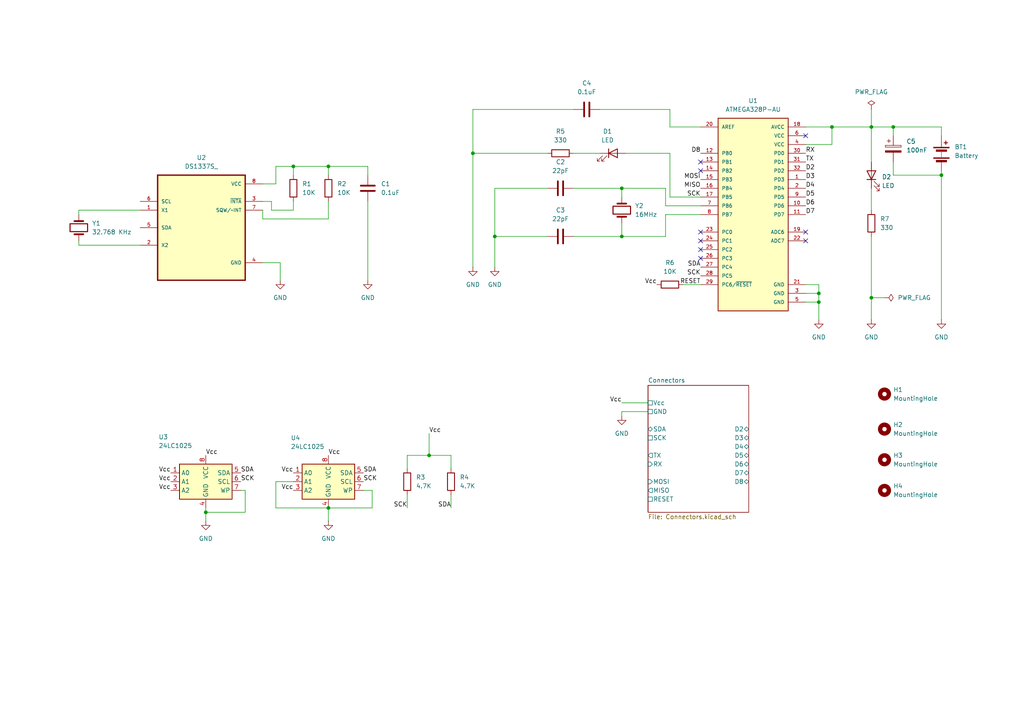
<source format=kicad_sch>
(kicad_sch (version 20250114) (generator "eeschema") (generator_version "9.0")
  (paper "A4")
  (title_block (title "MCU DATALOGGER WITH MEMORY & CLOCK") (date "2025-09-28") (rev "1") (company "CRESENCIO, JESIER S.") (comment 1 "ELECTRONICS ENGINEERING DEPARTMENT") (comment 2 "COLLEGE OF ENGINEERING") (comment 3 "BSECE 1C") (comment 4 "TECHNOLOGICAL UNIVERSITTY OF THE PHILIPPINES"))
  (lib_symbols
    (symbol "ATMEGA:ATMEGA328P-AU" (pin_names (offset 1.016))
      (property "Reference" "U" (at -10.1755 29.2546 0))
      (property "Value" "ATMEGA328P-AU" (at -10.1669 -31.7714 0))
      (symbol "ATMEGA328P-AU_0_0"
        (rectangle (start -10.16 -27.94) (end 10.16 27.94) (stroke (width 0.254)) (fill (type background)))
        (pin input line (at -15.24 25.4 0) (length 5.08) (name "AREF") (number "20"))
        (pin bidirectional line (at -15.24 17.78 0) (length 5.08) (name "PB0") (number "12"))
        (pin bidirectional line (at -15.24 15.24 0) (length 5.08) (name "PB1") (number "13"))
        (pin bidirectional line (at -15.24 12.7 0) (length 5.08) (name "PB2") (number "14"))
        (pin bidirectional line (at -15.24 10.16 0) (length 5.08) (name "PB3") (number "15"))
        (pin bidirectional line (at -15.24 7.62 0) (length 5.08) (name "PB4") (number "16"))
        (pin bidirectional line (at -15.24 5.08 0) (length 5.08) (name "PB5") (number "17"))
        (pin bidirectional line (at -15.24 2.54 0) (length 5.08) (name "PB6") (number "7"))
        (pin bidirectional line (at -15.24 0 0) (length 5.08) (name "PB7") (number "8"))
        (pin bidirectional line (at -15.24 -5.08 0) (length 5.08) (name "PC0") (number "23"))
        (pin bidirectional line (at -15.24 -7.62 0) (length 5.08) (name "PC1") (number "24"))
        (pin bidirectional line (at -15.24 -10.16 0) (length 5.08) (name "PC2") (number "25"))
        (pin bidirectional line (at -15.24 -12.7 0) (length 5.08) (name "PC3") (number "26"))
        (pin bidirectional line (at -15.24 -15.24 0) (length 5.08) (name "PC4") (number "27"))
        (pin bidirectional line (at -15.24 -17.78 0) (length 5.08) (name "PC5") (number "28"))
        (pin bidirectional line (at -15.24 -20.32 0) (length 5.08) (name "PC6/~{RESET}") (number "29"))
        (pin power_in line (at 15.24 25.4 180) (length 5.08) (name "AVCC") (number "18"))
        (pin power_in line (at 15.24 22.86 180) (length 5.08) (name "VCC") (number "6"))
        (pin power_in line (at 15.24 20.32 180) (length 5.08) (name "VCC") (number "4"))
        (pin bidirectional line (at 15.24 17.78 180) (length 5.08) (name "PD0") (number "30"))
        (pin bidirectional line (at 15.24 15.24 180) (length 5.08) (name "PD1") (number "31"))
        (pin bidirectional line (at 15.24 12.7 180) (length 5.08) (name "PD2") (number "32"))
        (pin bidirectional line (at 15.24 10.16 180) (length 5.08) (name "PD3") (number "1"))
        (pin bidirectional line (at 15.24 7.62 180) (length 5.08) (name "PD4") (number "2"))
        (pin bidirectional line (at 15.24 5.08 180) (length 5.08) (name "PD5") (number "9"))
        (pin bidirectional line (at 15.24 2.54 180) (length 5.08) (name "PD6") (number "10"))
        (pin bidirectional line (at 15.24 0 180) (length 5.08) (name "PD7") (number "11"))
        (pin bidirectional line (at 15.24 -5.08 180) (length 5.08) (name "ADC6") (number "19"))
        (pin bidirectional line (at 15.24 -7.62 180) (length 5.08) (name "ADC7") (number "22"))
        (pin power_in line (at 15.24 -20.32 180) (length 5.08) (name "GND") (number "21"))
        (pin power_in line (at 15.24 -22.86 180) (length 5.08) (name "GND") (number "3"))
        (pin power_in line (at 15.24 -25.4 180) (length 5.08) (name "GND") (number "5"))
      )
    )
    (symbol "DS13375:DS1337S_" (pin_names (offset 1.016))
      (property "Reference" "U" (at -12.7 16.24 0))
      (property "Value" "DS1337S_" (at -12.7 -19.24 0))
      (symbol "DS1337S__0_0"
        (rectangle (start -12.7 15.24) (end 12.7 -15.24) (stroke (width 0.41)) (fill (type background)))
        (pin input line (at -17.78 7.62 0) (length 5.08) (name "SCL") (number "6"))
        (pin input line (at -17.78 5.08 0) (length 5.08) (name "X1") (number "1"))
        (pin bidirectional line (at -17.78 0 0) (length 5.08) (name "SDA") (number "5"))
        (pin bidirectional line (at -17.78 -5.08 0) (length 5.08) (name "X2") (number "2"))
        (pin power_in line (at 17.78 12.7 180) (length 5.08) (name "VCC") (number "8"))
        (pin output line (at 17.78 7.62 180) (length 5.08) (name "~{INTA}") (number "3"))
        (pin output line (at 17.78 5.08 180) (length 5.08) (name "SQW/~INT") (number "7"))
        (pin power_in line (at 17.78 -10.16 180) (length 5.08) (name "GND") (number "4"))
      )
    )
    (symbol "Device:Battery" (pin_numbers (hide yes)) (pin_names (offset 0) (hide yes))
      (property "Reference" "BT" (at 2.54 2.54 0))
      (property "Value" "Battery" (at 2.54 0 0))
      (symbol "Battery_0_1"
        (rectangle (start -2.286 1.778) (end 2.286 1.524) (fill (type outline)))
        (rectangle (start -2.286 -1.27) (end 2.286 -1.524) (fill (type outline)))
        (rectangle (start -1.524 1.016) (end 1.524 0.508) (fill (type outline)))
        (rectangle (start -1.524 -2.032) (end 1.524 -2.54) (fill (type outline)))
        (polyline (pts (xy 0 1.778) (xy 0 2.54)))
        (polyline (pts (xy 0 0) (xy 0 0.254)))
        (polyline (pts (xy 0 -0.508) (xy 0 -0.254)))
        (polyline (pts (xy 0 -1.016) (xy 0 -0.762)))
        (polyline (pts (xy 0.762 3.048) (xy 1.778 3.048)) (stroke (width 0.254)))
        (polyline (pts (xy 1.27 3.556) (xy 1.27 2.54)) (stroke (width 0.254)))
      )
      (symbol "Battery_1_1"
        (pin passive line (at 0 5.08 270) (length 2.54) (name "+") (number "1"))
        (pin passive line (at 0 -5.08 90) (length 2.54) (name "-") (number "2"))
      )
    )
    (symbol "Device:C" (pin_numbers (hide yes)) (pin_names (offset 0.254))
      (property "Reference" "C" (at 0.635 2.54 0))
      (property "Value" "C" (at 0.635 -2.54 0))
      (symbol "C_0_1"
        (polyline (pts (xy -2.032 0.762) (xy 2.032 0.762)) (stroke (width 0.508)))
        (polyline (pts (xy -2.032 -0.762) (xy 2.032 -0.762)) (stroke (width 0.508)))
      )
      (symbol "C_1_1"
        (pin passive line (at 0 3.81 270) (length 2.794) (name "~") (number "1"))
        (pin passive line (at 0 -3.81 90) (length 2.794) (name "~") (number "2"))
      )
    )
    (symbol "Device:C_Polarized" (pin_numbers (hide yes)) (pin_names (offset 0.254))
      (property "Reference" "C" (at 0.635 2.54 0))
      (property "Value" "C_Polarized" (at 0.635 -2.54 0))
      (symbol "C_Polarized_0_1"
        (rectangle (start -2.286 0.508) (end 2.286 1.016))
        (polyline (pts (xy -1.778 2.286) (xy -0.762 2.286)))
        (polyline (pts (xy -1.27 2.794) (xy -1.27 1.778)))
        (rectangle (start 2.286 -0.508) (end -2.286 -1.016) (fill (type outline)))
      )
      (symbol "C_Polarized_1_1"
        (pin passive line (at 0 3.81 270) (length 2.794) (name "~") (number "1"))
        (pin passive line (at 0 -3.81 90) (length 2.794) (name "~") (number "2"))
      )
    )
    (symbol "Device:Crystal" (pin_numbers (hide yes)) (pin_names (offset 1.016) (hide yes))
      (property "Reference" "Y" (at 0 3.81 0))
      (property "Value" "Crystal" (at 0 -3.81 0))
      (symbol "Crystal_0_1"
        (polyline (pts (xy -2.54 0) (xy -1.905 0)))
        (polyline (pts (xy -1.905 -1.27) (xy -1.905 1.27)) (stroke (width 0.508)))
        (rectangle (start -1.143 2.54) (end 1.143 -2.54) (stroke (width 0.3048)))
        (polyline (pts (xy 1.905 -1.27) (xy 1.905 1.27)) (stroke (width 0.508)))
        (polyline (pts (xy 2.54 0) (xy 1.905 0)))
      )
      (symbol "Crystal_1_1"
        (pin passive line (at -3.81 0 0) (length 1.27) (name "1") (number "1"))
        (pin passive line (at 3.81 0 180) (length 1.27) (name "2") (number "2"))
      )
    )
    (symbol "Device:LED" (pin_numbers (hide yes)) (pin_names (offset 1.016) (hide yes))
      (property "Reference" "D" (at 0 2.54 0))
      (property "Value" "LED" (at 0 -2.54 0))
      (symbol "LED_0_1"
        (polyline (pts (xy -3.048 -0.762) (xy -4.572 -2.286) (xy -3.81 -2.286) (xy -4.572 -2.286) (xy -4.572 -1.524)))
        (polyline (pts (xy -1.778 -0.762) (xy -3.302 -2.286) (xy -2.54 -2.286) (xy -3.302 -2.286) (xy -3.302 -1.524)))
        (polyline (pts (xy -1.27 0) (xy 1.27 0)))
        (polyline (pts (xy -1.27 -1.27) (xy -1.27 1.27)) (stroke (width 0.254)))
        (polyline (pts (xy 1.27 -1.27) (xy 1.27 1.27) (xy -1.27 0) (xy 1.27 -1.27)) (stroke (width 0.254)))
      )
      (symbol "LED_1_1"
        (pin passive line (at -3.81 0 0) (length 2.54) (name "K") (number "1"))
        (pin passive line (at 3.81 0 180) (length 2.54) (name "A") (number "2"))
      )
    )
    (symbol "Device:R" (pin_numbers (hide yes)) (pin_names (offset 0))
      (property "Reference" "R" (at 2.032 0 90))
      (property "Value" "R" (at 0 0 90))
      (symbol "R_0_1"
        (rectangle (start -1.016 -2.54) (end 1.016 2.54) (stroke (width 0.254)))
      )
      (symbol "R_1_1"
        (pin passive line (at 0 3.81 270) (length 1.27) (name "~") (number "1"))
        (pin passive line (at 0 -3.81 90) (length 1.27) (name "~") (number "2"))
      )
    )
    (symbol "Mechanical:MountingHole" (pin_names (offset 1.016)) (in_bom no)
      (property "Reference" "H" (at 0 5.08 0))
      (property "Value" "MountingHole" (at 0 3.175 0))
      (symbol "MountingHole_0_1"
        (circle (center 0 0) (radius 1.27) (stroke (width 1.27)))
      )
    )
    (symbol "Memory_EEPROM:24LC1025"
      (property "Reference" "U" (at -6.35 6.35 0))
      (property "Value" "24LC1025" (at 1.27 6.35 0))
      (symbol "24LC1025_1_1"
        (rectangle (start -7.62 5.08) (end 7.62 -5.08) (stroke (width 0.254)) (fill (type background)))
        (pin input line (at -10.16 2.54 0) (length 2.54) (name "A0") (number "1"))
        (pin input line (at -10.16 0 0) (length 2.54) (name "A1") (number "2"))
        (pin input line (at -10.16 -2.54 0) (length 2.54) (name "A2") (number "3"))
        (pin power_in line (at 0 7.62 270) (length 2.54) (name "VCC") (number "8"))
        (pin power_in line (at 0 -7.62 90) (length 2.54) (name "GND") (number "4"))
        (pin bidirectional line (at 10.16 2.54 180) (length 2.54) (name "SDA") (number "5"))
        (pin input line (at 10.16 0 180) (length 2.54) (name "SCL") (number "6"))
        (pin input line (at 10.16 -2.54 180) (length 2.54) (name "WP") (number "7"))
      )
    )
    (symbol "power:GND" (power) (pin_numbers (hide yes)) (pin_names (offset 0) (hide yes))
      (property "Value" "GND" (at 0 -3.81 0))
      (symbol "GND_0_1"
        (polyline (pts (xy 0 0) (xy 0 -1.27) (xy 1.27 -1.27) (xy 0 -2.54) (xy -1.27 -1.27) (xy 0 -1.27)))
      )
      (symbol "GND_1_1"
        (pin power_in line (at 0 0 270) (length 0) (name "~") (number "1"))
      )
    )
    (symbol "power:PWR_FLAG" (power) (pin_numbers (hide yes)) (pin_names (offset 0) (hide yes))
      (property "Value" "PWR_FLAG" (at 0 3.81 0))
      (symbol "PWR_FLAG_0_0"
        (pin power_out line (at 0 0 90) (length 0) (name "~") (number "1"))
      )
      (symbol "PWR_FLAG_0_1"
        (polyline (pts (xy 0 0) (xy 0 1.27) (xy -1.016 1.905) (xy 0 2.54) (xy 1.016 1.905) (xy 0 1.27)))
      )
    )
  )
  (junction (at 95.25 48.26))
  (junction (at 237.49 85.09))
  (junction (at 137.16 44.45))
  (junction (at 241.3 36.83))
  (junction (at 124.46 132.08))
  (junction (at 85.09 48.26))
  (junction (at 259.08 36.83))
  (junction (at 273.05 50.8))
  (junction (at 252.73 86.36))
  (junction (at 59.69 148.59))
  (junction (at 143.51 68.58))
  (junction (at 237.49 87.63))
  (junction (at 180.34 68.58))
  (junction (at 95.25 147.32))
  (junction (at 180.34 54.61))
  (junction (at 252.73 36.83))
  (no_connect (at 203.2 67.31))
  (no_connect (at 203.2 74.93))
  (no_connect (at 203.2 49.53))
  (no_connect (at 203.2 69.85))
  (no_connect (at 233.68 39.37))
  (no_connect (at 203.2 72.39))
  (no_connect (at 233.68 69.85))
  (no_connect (at 233.68 67.31))
  (no_connect (at 203.2 46.99))
  (wire (pts (xy 81.28 76.2) (xy 81.28 81.28)))
  (wire (pts (xy 22.86 69.85) (xy 22.86 71.12)))
  (wire (pts (xy 80.01 147.32) (xy 95.25 147.32)))
  (wire (pts (xy 22.86 60.96) (xy 40.64 60.96)))
  (wire (pts (xy 252.73 36.83) (xy 259.08 36.83)))
  (wire (pts (xy 71.12 142.24) (xy 71.12 148.59)))
  (wire (pts (xy 22.86 62.23) (xy 22.86 60.96)))
  (wire (pts (xy 59.69 148.59) (xy 71.12 148.59)))
  (wire (pts (xy 237.49 87.63) (xy 237.49 85.09)))
  (wire (pts (xy 95.25 147.32) (xy 107.95 147.32)))
  (wire (pts (xy 252.73 86.36) (xy 252.73 92.71)))
  (wire (pts (xy 59.69 148.59) (xy 59.69 151.13)))
  (wire (pts (xy 76.2 58.42) (xy 78.74 58.42)))
  (wire (pts (xy 106.68 48.26) (xy 106.68 50.8)))
  (wire (pts (xy 241.3 36.83) (xy 252.73 36.83)))
  (wire (pts (xy 78.74 58.42) (xy 78.74 60.96)))
  (wire (pts (xy 22.86 71.12) (xy 40.64 71.12)))
  (wire (pts (xy 166.37 31.75) (xy 137.16 31.75)))
  (wire (pts (xy 194.31 36.83) (xy 203.2 36.83)))
  (wire (pts (xy 95.25 48.26) (xy 106.68 48.26)))
  (wire (pts (xy 166.37 44.45) (xy 173.99 44.45)))
  (wire (pts (xy 80.01 48.26) (xy 85.09 48.26)))
  (wire (pts (xy 80.01 139.7) (xy 80.01 147.32)))
  (wire (pts (xy 85.09 48.26) (xy 85.09 50.8)))
  (wire (pts (xy 80.01 53.34) (xy 80.01 48.26)))
  (wire (pts (xy 124.46 132.08) (xy 130.81 132.08)))
  (wire (pts (xy 118.11 143.51) (xy 118.11 147.32)))
  (wire (pts (xy 76.2 60.96) (xy 76.2 63.5)))
  (wire (pts (xy 193.04 54.61) (xy 193.04 59.69)))
  (wire (pts (xy 166.37 54.61) (xy 180.34 54.61)))
  (wire (pts (xy 85.09 139.7) (xy 80.01 139.7)))
  (wire (pts (xy 194.31 31.75) (xy 194.31 36.83)))
  (wire (pts (xy 173.99 31.75) (xy 194.31 31.75)))
  (wire (pts (xy 78.74 60.96) (xy 85.09 60.96)))
  (wire (pts (xy 259.08 36.83) (xy 259.08 39.37)))
  (wire (pts (xy 237.49 87.63) (xy 237.49 92.71)))
  (wire (pts (xy 252.73 68.58) (xy 252.73 86.36)))
  (wire (pts (xy 130.81 132.08) (xy 130.81 135.89)))
  (wire (pts (xy 237.49 85.09) (xy 233.68 85.09)))
  (wire (pts (xy 124.46 125.73) (xy 124.46 132.08)))
  (wire (pts (xy 187.96 119.38) (xy 180.34 119.38)))
  (wire (pts (xy 273.05 50.8) (xy 273.05 92.71)))
  (wire (pts (xy 233.68 87.63) (xy 237.49 87.63)))
  (wire (pts (xy 137.16 31.75) (xy 137.16 44.45)))
  (wire (pts (xy 158.75 54.61) (xy 143.51 54.61)))
  (wire (pts (xy 180.34 68.58) (xy 193.04 68.58)))
  (wire (pts (xy 76.2 63.5) (xy 95.25 63.5)))
  (wire (pts (xy 85.09 60.96) (xy 85.09 58.42)))
  (wire (pts (xy 259.08 50.8) (xy 273.05 50.8)))
  (wire (pts (xy 203.2 59.69) (xy 193.04 59.69)))
  (wire (pts (xy 137.16 44.45) (xy 158.75 44.45)))
  (wire (pts (xy 166.37 68.58) (xy 180.34 68.58)))
  (wire (pts (xy 118.11 132.08) (xy 124.46 132.08)))
  (wire (pts (xy 194.31 57.15) (xy 203.2 57.15)))
  (wire (pts (xy 237.49 82.55) (xy 237.49 85.09)))
  (wire (pts (xy 137.16 44.45) (xy 137.16 77.47)))
  (wire (pts (xy 181.61 44.45) (xy 194.31 44.45)))
  (wire (pts (xy 233.68 36.83) (xy 241.3 36.83)))
  (wire (pts (xy 180.34 64.77) (xy 180.34 68.58)))
  (wire (pts (xy 85.09 48.26) (xy 95.25 48.26)))
  (wire (pts (xy 252.73 54.61) (xy 252.73 60.96)))
  (wire (pts (xy 107.95 142.24) (xy 105.41 142.24)))
  (wire (pts (xy 95.25 58.42) (xy 95.25 63.5)))
  (wire (pts (xy 69.85 142.24) (xy 71.12 142.24)))
  (wire (pts (xy 233.68 41.91) (xy 241.3 41.91)))
  (wire (pts (xy 259.08 36.83) (xy 273.05 36.83)))
  (wire (pts (xy 252.73 36.83) (xy 252.73 46.99)))
  (wire (pts (xy 76.2 76.2) (xy 81.28 76.2)))
  (wire (pts (xy 95.25 147.32) (xy 95.25 151.13)))
  (wire (pts (xy 193.04 62.23) (xy 193.04 68.58)))
  (wire (pts (xy 241.3 41.91) (xy 241.3 36.83)))
  (wire (pts (xy 59.69 147.32) (xy 59.69 148.59)))
  (wire (pts (xy 143.51 54.61) (xy 143.51 68.58)))
  (wire (pts (xy 95.25 48.26) (xy 95.25 50.8)))
  (wire (pts (xy 180.34 119.38) (xy 180.34 120.65)))
  (wire (pts (xy 273.05 49.53) (xy 273.05 50.8)))
  (wire (pts (xy 143.51 68.58) (xy 143.51 77.47)))
  (wire (pts (xy 130.81 143.51) (xy 130.81 147.32)))
  (wire (pts (xy 143.51 68.58) (xy 158.75 68.58)))
  (wire (pts (xy 259.08 46.99) (xy 259.08 50.8)))
  (wire (pts (xy 193.04 54.61) (xy 180.34 54.61)))
  (wire (pts (xy 252.73 31.75) (xy 252.73 36.83)))
  (wire (pts (xy 118.11 135.89) (xy 118.11 132.08)))
  (wire (pts (xy 76.2 53.34) (xy 80.01 53.34)))
  (wire (pts (xy 106.68 58.42) (xy 106.68 81.28)))
  (wire (pts (xy 198.12 82.55) (xy 203.2 82.55)))
  (wire (pts (xy 180.34 116.84) (xy 187.96 116.84)))
  (wire (pts (xy 180.34 54.61) (xy 180.34 57.15)))
  (wire (pts (xy 193.04 62.23) (xy 203.2 62.23)))
  (wire (pts (xy 273.05 36.83) (xy 273.05 39.37)))
  (wire (pts (xy 194.31 44.45) (xy 194.31 57.15)))
  (wire (pts (xy 252.73 86.36) (xy 256.54 86.36)))
  (wire (pts (xy 233.68 82.55) (xy 237.49 82.55)))
  (wire (pts (xy 107.95 147.32) (xy 107.95 142.24)))
  (label "RESET" (at 203.2 82.55 180))
  (label "SDA" (at 203.2 77.47 180))
  (label "SDA" (at 130.81 147.32 180))
  (label "D4" (at 233.68 54.61 0))
  (label "Vcc" (at 49.53 142.24 180))
  (label "Vcc" (at 85.09 137.16 180))
  (label "D3" (at 233.68 52.07 0))
  (label "SCK" (at 203.2 57.15 180))
  (label "MOSI" (at 203.2 52.07 180))
  (label "D7" (at 233.68 62.23 0))
  (label "D6" (at 233.68 59.69 0))
  (label "SDA" (at 69.85 137.16 0))
  (label "SCK" (at 105.41 139.7 0))
  (label "Vcc" (at 95.25 132.08 0))
  (label "D8" (at 203.2 44.45 180))
  (label "RX" (at 233.68 44.45 0))
  (label "Vcc" (at 85.09 142.24 180))
  (label "D2" (at 233.68 49.53 0))
  (label "Vcc" (at 49.53 139.7 180))
  (label "Vcc" (at 180.34 116.84 180))
  (label "Vcc" (at 59.69 132.08 0))
  (label "Vcc" (at 49.53 137.16 180))
  (label "SCK" (at 203.2 80.01 180))
  (label "Vcc" (at 190.5 82.55 180))
  (label "D5" (at 233.68 57.15 0))
  (label "SCK" (at 69.85 139.7 0))
  (label "Vcc" (at 124.46 125.73 0))
  (label "MISO" (at 203.2 54.61 180))
  (label "TX" (at 233.68 46.99 0))
  (label "SCK" (at 118.11 147.32 180))
  (label "SDA" (at 105.41 137.16 0))
  (symbol (lib_id "Memory_EEPROM:24LC1025") (at 95.25 139.7 0) (unit 1)
    (property "Reference" "U4" (at 84.328 127 0) (effects (justify left)))
    (property "Value" "24LC1025" (at 84.328 129.54 0) (effects (justify left)))
    (property "Datasheet" "http://ww1.microchip.com/downloads/en/DeviceDoc/21941B.pdf" (effects (hide yes)))
    (property "Description" "I2C Serial EEPROM, 1024Kb, DIP-8/SOIC-8/TSSOP-8/DFN-8" (effects (hide yes)))
  )
  (symbol (lib_id "Device:C") (at 162.56 54.61 270) (unit 1)
    (property "Reference" "C2" (at 162.56 46.99 90))
    (property "Value" "22pF" (at 162.56 49.53 90))
    (property "Description" "Unpolarized capacitor" (effects (hide yes)))
  )
  (symbol (lib_id "Device:LED") (at 177.8 44.45 0) (unit 1)
    (property "Reference" "D1" (at 176.2125 38.1 0))
    (property "Value" "LED" (at 176.2125 40.64 0))
    (property "Description" "Light emitting diode" (effects (hide yes)))
    (property "Sim.Pins" "1=K 2=A" (effects (hide yes)))
  )
  (symbol (lib_id "power:PWR_FLAG") (at 256.54 86.36 270) (unit 1)
    (property "Reference" "#FLG02" (effects (hide yes)))
    (property "Value" "PWR_FLAG" (at 260.35 86.3599 90) (effects (justify left)))
    (property "Description" "Special symbol for telling ERC where power comes from" (effects (hide yes)))
  )
  (symbol (lib_id "Device:Crystal") (at 180.34 60.96 90) (unit 1)
    (property "Reference" "Y2" (at 184.15 59.6899 90) (effects (justify right)))
    (property "Value" "16MHz" (at 184.15 62.2299 90) (effects (justify right)))
    (property "Description" "Two pin crystal" (effects (hide yes)))
  )
  (symbol (lib_id "Mechanical:MountingHole") (at 256.54 133.35 0) (unit 1) (in_bom no)
    (property "Reference" "H3" (at 259.08 132.0799 0) (effects (justify left)))
    (property "Value" "MountingHole" (at 259.08 134.6199 0) (effects (justify left)))
    (property "Description" "Mounting Hole without connection" (effects (hide yes)))
  )
  (symbol (lib_id "Device:R") (at 85.09 54.61 0) (unit 1)
    (property "Reference" "R1" (at 87.63 53.3399 0) (effects (justify left)))
    (property "Value" "10K" (at 87.63 55.8799 0) (effects (justify left)))
    (property "Description" "Resistor" (effects (hide yes)))
  )
  (symbol (lib_id "Memory_EEPROM:24LC1025") (at 59.69 139.7 0) (unit 1)
    (property "Reference" "U3" (at 45.974 126.746 0) (effects (justify left)))
    (property "Value" "24LC1025" (at 45.974 129.286 0) (effects (justify left)))
    (property "Datasheet" "http://ww1.microchip.com/downloads/en/DeviceDoc/21941B.pdf" (effects (hide yes)))
    (property "Description" "I2C Serial EEPROM, 1024Kb, DIP-8/SOIC-8/TSSOP-8/DFN-8" (effects (hide yes)))
  )
  (symbol (lib_id "Device:C") (at 170.18 31.75 90) (unit 1)
    (property "Reference" "C4" (at 170.18 24.13 90))
    (property "Value" "0.1uF" (at 170.18 26.67 90))
    (property "Description" "Unpolarized capacitor" (effects (hide yes)))
  )
  (symbol (lib_id "power:PWR_FLAG") (at 252.73 31.75 0) (unit 1)
    (property "Reference" "#FLG01" (effects (hide yes)))
    (property "Value" "PWR_FLAG" (at 252.73 26.67 0))
    (property "Description" "Special symbol for telling ERC where power comes from" (effects (hide yes)))
  )
  (symbol (lib_id "power:GND") (at 252.73 92.71 0) (unit 1)
    (property "Reference" "#PWR09" (effects (hide yes)))
    (property "Value" "GND" (at 252.73 97.79 0))
    (property "Description" "Power symbol creates a global label with name \"GND\" , ground" (effects (hide yes)))
  )
  (symbol (lib_id "ATMEGA:ATMEGA328P-AU") (at 218.44 62.23 0) (unit 1)
    (property "Reference" "U1" (at 218.44 29.21 0))
    (property "Value" "ATMEGA328P-AU" (at 218.44 31.75 0))
    (property "Footprint" "ATMEGA328P-AU:QFP80P900X900X120-32N" (effects (hide yes)))
    (property "MF" "Microchip Technology" (effects (hide yes)))
    (property "MAXIMUM_PACKAGE_HEIGHT" "1.20mm" (effects (hide yes)))
    (property "Package" "TQFP-32 Microchip" (effects (hide yes)))
    (property "Price" "None" (effects (hide yes)))
    (property "Check_prices" "https://www.snapeda.com/parts/ATMEGA328P-AU/Microchip+Technology/view-part/?ref=eda" (effects (hide yes)))
    (property "STANDARD" "IPC-7351B" (effects (hide yes)))
    (property "PARTREV" "8271A" (effects (hide yes)))
    (property "SnapEDA_Link" "https://www.snapeda.com/parts/ATMEGA328P-AU/Microchip+Technology/view-part/?ref=snap" (effects (hide yes)))
    (property "MP" "ATMEGA328P-AU" (effects (hide yes)))
    (property "Description_1" "AVR AVR® ATmega Microcontroller IC 8-Bit 20MHz 32KB (16K x 16) FLASH 32-TQFP (7x7)" (effects (hide yes)))
    (property "Availability" "In Stock" (effects (hide yes)))
    (property "MANUFACTURER" "Microchip" (effects (hide yes)))
  )
  (symbol (lib_id "Device:Battery") (at 273.05 44.45 0) (unit 1)
    (property "Reference" "BT1" (at 276.86 42.6084 0) (effects (justify left)))
    (property "Value" "Battery" (at 276.86 45.1484 0) (effects (justify left)))
    (property "Description" "Multiple-cell battery" (effects (hide yes)))
  )
  (symbol (lib_id "Device:R") (at 162.56 44.45 90) (unit 1)
    (property "Reference" "R5" (at 162.56 38.1 90))
    (property "Value" "330" (at 162.56 40.64 90))
    (property "Description" "Resistor" (effects (hide yes)))
  )
  (symbol (lib_id "Device:C_Polarized") (at 259.08 43.18 0) (unit 1)
    (property "Reference" "C5" (at 262.89 41.0209 0) (effects (justify left)))
    (property "Value" "100nF" (at 262.89 43.5609 0) (effects (justify left)))
    (property "Description" "Polarized capacitor" (effects (hide yes)))
  )
  (symbol (lib_id "Device:R") (at 194.31 82.55 90) (unit 1)
    (property "Reference" "R6" (at 194.31 76.2 90))
    (property "Value" "10K" (at 194.31 78.74 90))
    (property "Description" "Resistor" (effects (hide yes)))
  )
  (symbol (lib_id "power:GND") (at 237.49 92.71 0) (unit 1)
    (property "Reference" "#PWR08" (effects (hide yes)))
    (property "Value" "GND" (at 237.49 97.79 0))
    (property "Description" "Power symbol creates a global label with name \"GND\" , ground" (effects (hide yes)))
  )
  (symbol (lib_id "Device:R") (at 118.11 139.7 0) (unit 1)
    (property "Reference" "R3" (at 120.65 138.4299 0) (effects (justify left)))
    (property "Value" "4.7K" (at 120.65 140.9699 0) (effects (justify left)))
    (property "Description" "Resistor" (effects (hide yes)))
  )
  (symbol (lib_id "power:GND") (at 81.28 81.28 0) (unit 1)
    (property "Reference" "#PWR02" (effects (hide yes)))
    (property "Value" "GND" (at 81.28 86.36 0))
    (property "Description" "Power symbol creates a global label with name \"GND\" , ground" (effects (hide yes)))
  )
  (symbol (lib_id "Device:R") (at 130.81 139.7 0) (unit 1)
    (property "Reference" "R4" (at 133.35 138.4299 0) (effects (justify left)))
    (property "Value" "4.7K" (at 133.35 140.9699 0) (effects (justify left)))
    (property "Description" "Resistor" (effects (hide yes)))
  )
  (symbol (lib_id "DS13375:DS1337S_") (at 58.42 66.04 0) (unit 1)
    (property "Reference" "U2" (at 58.42 45.72 0))
    (property "Value" "DS1337S_" (at 58.42 48.26 0))
    (property "Footprint" "DS1337S_:SOIC127P600X175-8N" (effects (hide yes)))
    (property "MF" "Analog Devices" (effects (hide yes)))
    (property "Description_1" "I²C Serial Real-Time Clock" (effects (hide yes)))
    (property "Package" "SOIC-8 Maxim" (effects (hide yes)))
    (property "Price" "None" (effects (hide yes)))
    (property "SnapEDA_Link" "https://www.snapeda.com/parts/DS1337S+/Analog+Devices/view-part/?ref=snap" (effects (hide yes)))
    (property "MP" "DS1337S+" (effects (hide yes)))
    (property "Availability" "In Stock" (effects (hide yes)))
    (property "Check_prices" "https://www.snapeda.com/parts/DS1337S+/Analog+Devices/view-part/?ref=eda" (effects (hide yes)))
  )
  (symbol (lib_id "power:GND") (at 143.51 77.47 0) (unit 1)
    (property "Reference" "#PWR07" (effects (hide yes)))
    (property "Value" "GND" (at 143.51 82.55 0))
    (property "Description" "Power symbol creates a global label with name \"GND\" , ground" (effects (hide yes)))
  )
  (symbol (lib_id "Mechanical:MountingHole") (at 256.54 142.24 0) (unit 1) (in_bom no)
    (property "Reference" "H4" (at 259.08 140.9699 0) (effects (justify left)))
    (property "Value" "MountingHole" (at 259.08 143.5099 0) (effects (justify left)))
    (property "Description" "Mounting Hole without connection" (effects (hide yes)))
  )
  (symbol (lib_id "power:GND") (at 273.05 92.71 0) (unit 1)
    (property "Reference" "#PWR010" (effects (hide yes)))
    (property "Value" "GND" (at 273.05 97.79 0))
    (property "Description" "Power symbol creates a global label with name \"GND\" , ground" (effects (hide yes)))
  )
  (symbol (lib_id "Device:C") (at 162.56 68.58 270) (unit 1)
    (property "Reference" "C3" (at 162.56 60.96 90))
    (property "Value" "22pF" (at 162.56 63.5 90))
    (property "Description" "Unpolarized capacitor" (effects (hide yes)))
  )
  (symbol (lib_id "power:GND") (at 180.34 120.65 0) (unit 1)
    (property "Reference" "#PWR01" (effects (hide yes)))
    (property "Value" "GND" (at 180.34 125.73 0))
    (property "Description" "Power symbol creates a global label with name \"GND\" , ground" (effects (hide yes)))
  )
  (symbol (lib_id "power:GND") (at 95.25 151.13 0) (unit 1)
    (property "Reference" "#PWR05" (effects (hide yes)))
    (property "Value" "GND" (at 95.25 156.21 0))
    (property "Description" "Power symbol creates a global label with name \"GND\" , ground" (effects (hide yes)))
  )
  (symbol (lib_id "power:GND") (at 106.68 81.28 0) (unit 1)
    (property "Reference" "#PWR03" (effects (hide yes)))
    (property "Value" "GND" (at 106.68 86.36 0))
    (property "Description" "Power symbol creates a global label with name \"GND\" , ground" (effects (hide yes)))
  )
  (symbol (lib_id "Device:LED") (at 252.73 50.8 90) (unit 1)
    (property "Reference" "D2" (at 255.778 51.308 90) (effects (justify right)))
    (property "Value" "LED" (at 255.778 53.848 90) (effects (justify right)))
    (property "Description" "Light emitting diode" (effects (hide yes)))
    (property "Sim.Pins" "1=K 2=A" (effects (hide yes)))
  )
  (symbol (lib_id "power:GND") (at 137.16 77.47 0) (unit 1)
    (property "Reference" "#PWR06" (effects (hide yes)))
    (property "Value" "GND" (at 137.16 82.55 0))
    (property "Description" "Power symbol creates a global label with name \"GND\" , ground" (effects (hide yes)))
  )
  (symbol (lib_id "Mechanical:MountingHole") (at 256.54 114.3 0) (unit 1) (in_bom no)
    (property "Reference" "H1" (at 259.08 113.0299 0) (effects (justify left)))
    (property "Value" "MountingHole" (at 259.08 115.5699 0) (effects (justify left)))
    (property "Description" "Mounting Hole without connection" (effects (hide yes)))
  )
  (symbol (lib_id "power:GND") (at 59.69 151.13 0) (unit 1)
    (property "Reference" "#PWR04" (effects (hide yes)))
    (property "Value" "GND" (at 59.69 156.21 0))
    (property "Description" "Power symbol creates a global label with name \"GND\" , ground" (effects (hide yes)))
  )
  (symbol (lib_id "Device:Crystal") (at 22.86 66.04 90) (unit 1)
    (property "Reference" "Y1" (at 26.67 64.7699 90) (effects (justify right)))
    (property "Value" "32.768 KHz" (at 26.67 67.3099 90) (effects (justify right)))
    (property "Description" "Two pin crystal" (effects (hide yes)))
  )
  (symbol (lib_id "Device:R") (at 252.73 64.77 0) (unit 1)
    (property "Reference" "R7" (at 255.27 63.4999 0) (effects (justify left)))
    (property "Value" "330" (at 255.27 66.0399 0) (effects (justify left)))
    (property "Description" "Resistor" (effects (hide yes)))
  )
  (symbol (lib_id "Device:R") (at 95.25 54.61 0) (unit 1)
    (property "Reference" "R2" (at 97.79 53.3399 0) (effects (justify left)))
    (property "Value" "10K" (at 97.79 55.8799 0) (effects (justify left)))
    (property "Description" "Resistor" (effects (hide yes)))
  )
  (symbol (lib_id "Device:C") (at 106.68 54.61 0) (unit 1)
    (property "Reference" "C1" (at 110.49 53.3399 0) (effects (justify left)))
    (property "Value" "0.1uF" (at 110.49 55.8799 0) (effects (justify left)))
    (property "Description" "Unpolarized capacitor" (effects (hide yes)))
  )
  (symbol (lib_id "Mechanical:MountingHole") (at 256.54 124.46 0) (unit 1) (in_bom no)
    (property "Reference" "H2" (at 259.08 123.1899 0) (effects (justify left)))
    (property "Value" "MountingHole" (at 259.08 125.7299 0) (effects (justify left)))
    (property "Description" "Mounting Hole without connection" (effects (hide yes)))
  )
  (sheet (at 187.96 111.76) (size 29.21 36.83) (stroke (width 0.1524))
    (property "Sheetname" "Connectors" (at 187.96 111.0484 0) (effects (justify left bottom)))
    (property "Sheetfile" "Connectors.kicad_sch" (at 187.96 149.1746 0) (effects (justify left top)))
    (pin "D2" tri_state (at 217.17 124.46 0))
    (pin "D3" tri_state (at 217.17 127 0))
    (pin "D4" tri_state (at 217.17 129.54 0))
    (pin "D5" tri_state (at 217.17 132.08 0))
    (pin "D6" tri_state (at 217.17 134.62 0))
    (pin "D7" tri_state (at 217.17 137.16 0))
    (pin "D8" tri_state (at 217.17 139.7 0))
    (pin "Vcc" passive (at 187.96 116.84 180))
    (pin "GND" passive (at 187.96 119.38 180))
    (pin "SDA" tri_state (at 187.96 124.46 180))
    (pin "SCK" passive (at 187.96 127 180))
    (pin "TX" output (at 187.96 132.08 180))
    (pin "RX" input (at 187.96 134.62 180))
    (pin "MOSI" input (at 187.96 139.7 180))
    (pin "MISO" output (at 187.96 142.24 180))
    (pin "RESET" passive (at 187.96 144.78 180))
  )
)
</source>
